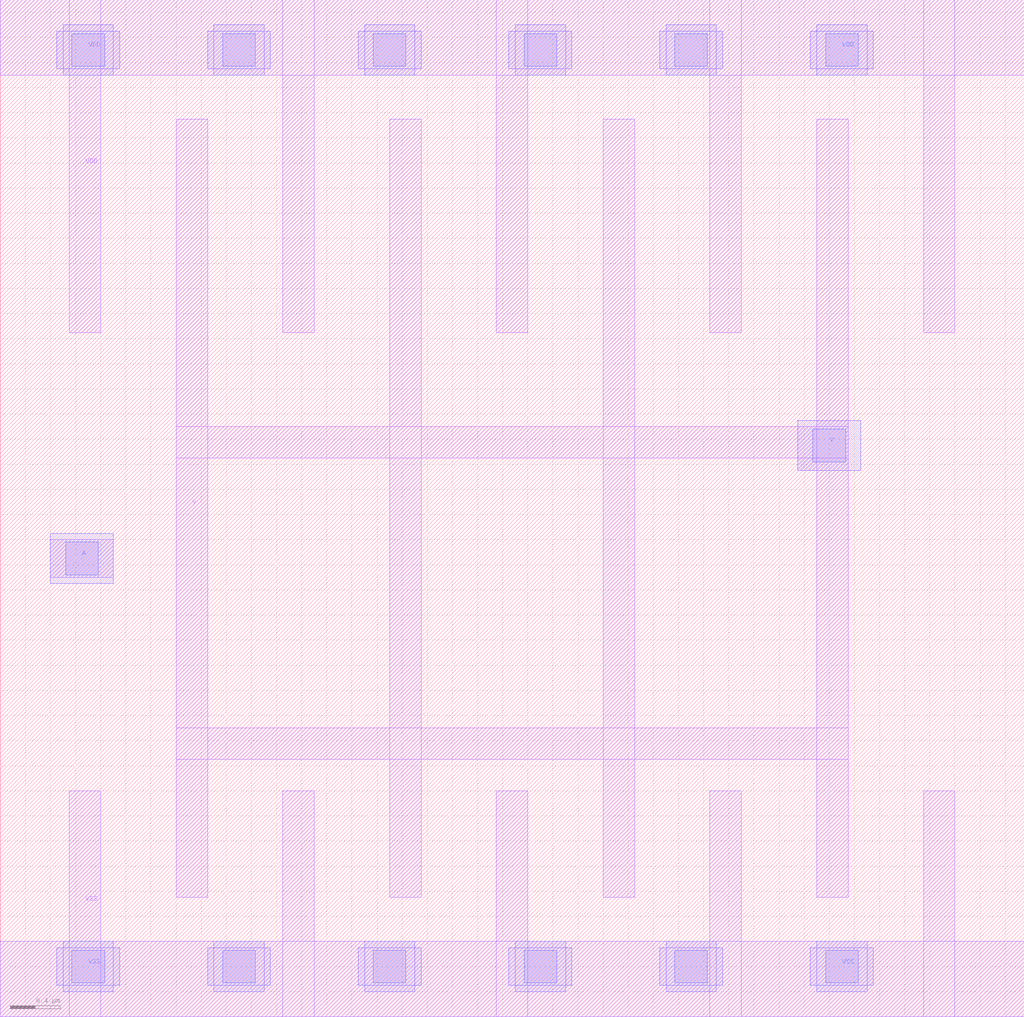
<source format=lef>
# Copyright 2022 Google LLC
# Licensed under the Apache License, Version 2.0 (the "License");
# you may not use this file except in compliance with the License.
# You may obtain a copy of the License at
#
#      http://www.apache.org/licenses/LICENSE-2.0
#
# Unless required by applicable law or agreed to in writing, software
# distributed under the License is distributed on an "AS IS" BASIS,
# WITHOUT WARRANTIES OR CONDITIONS OF ANY KIND, either express or implied.
# See the License for the specific language governing permissions and
# limitations under the License.
VERSION 5.7 ;
BUSBITCHARS "[]" ;
DIVIDERCHAR "/" ;

MACRO gf180mcu_osu_sc_12T_clkinv_8
  CLASS CORE ;
  ORIGIN 0 0 ;
  FOREIGN gf180mcu_osu_sc_12T_clkinv_8 0 0 ;
  SIZE 8.15 BY 8.1 ;
  SYMMETRY X Y ;
  SITE GF018hv5v_mcu_sc7 ;
  PIN A
    DIRECTION INPUT ;
    USE SIGNAL ;
    PORT
      LAYER MET1 ;
        RECT 0.4 3.5 0.9 3.8 ;
      LAYER MET2 ;
        RECT 0.4 3.45 0.9 3.85 ;
      LAYER VIA12 ;
        RECT 0.52 3.52 0.78 3.78 ;
    END
  END A
  PIN VDD
    DIRECTION INOUT ;
    USE POWER ;
    SHAPE ABUTMENT ;
    PORT
      LAYER MET1 ;
        RECT 0 7.5 8.15 8.1 ;
        RECT 7.35 5.45 7.6 8.1 ;
        RECT 5.65 5.45 5.9 8.1 ;
        RECT 3.95 5.45 4.2 8.1 ;
        RECT 2.25 5.45 2.5 8.1 ;
        RECT 0.55 5.45 0.8 8.1 ;
      LAYER MET2 ;
        RECT 6.45 7.55 6.95 7.85 ;
        RECT 6.5 7.5 6.9 7.9 ;
        RECT 5.25 7.55 5.75 7.85 ;
        RECT 5.3 7.5 5.7 7.9 ;
        RECT 4.05 7.55 4.55 7.85 ;
        RECT 4.1 7.5 4.5 7.9 ;
        RECT 2.85 7.55 3.35 7.85 ;
        RECT 2.9 7.5 3.3 7.9 ;
        RECT 1.65 7.55 2.15 7.85 ;
        RECT 1.7 7.5 2.1 7.9 ;
        RECT 0.45 7.55 0.95 7.85 ;
        RECT 0.5 7.5 0.9 7.9 ;
      LAYER VIA12 ;
        RECT 0.57 7.57 0.83 7.83 ;
        RECT 1.77 7.57 2.03 7.83 ;
        RECT 2.97 7.57 3.23 7.83 ;
        RECT 4.17 7.57 4.43 7.83 ;
        RECT 5.37 7.57 5.63 7.83 ;
        RECT 6.57 7.57 6.83 7.83 ;
    END
  END VDD
  PIN VSS
    DIRECTION INOUT ;
    USE GROUND ;
    PORT
      LAYER MET1 ;
        RECT 0 0 8.15 0.6 ;
        RECT 7.35 0 7.6 1.8 ;
        RECT 5.65 0 5.9 1.8 ;
        RECT 3.95 0 4.2 1.8 ;
        RECT 2.25 0 2.5 1.8 ;
        RECT 0.55 0 0.8 1.8 ;
      LAYER MET2 ;
        RECT 6.45 0.25 6.95 0.55 ;
        RECT 6.5 0.2 6.9 0.6 ;
        RECT 5.25 0.25 5.75 0.55 ;
        RECT 5.3 0.2 5.7 0.6 ;
        RECT 4.05 0.25 4.55 0.55 ;
        RECT 4.1 0.2 4.5 0.6 ;
        RECT 2.85 0.25 3.35 0.55 ;
        RECT 2.9 0.2 3.3 0.6 ;
        RECT 1.65 0.25 2.15 0.55 ;
        RECT 1.7 0.2 2.1 0.6 ;
        RECT 0.45 0.25 0.95 0.55 ;
        RECT 0.5 0.2 0.9 0.6 ;
      LAYER VIA12 ;
        RECT 0.57 0.27 0.83 0.53 ;
        RECT 1.77 0.27 2.03 0.53 ;
        RECT 2.97 0.27 3.23 0.53 ;
        RECT 4.17 0.27 4.43 0.53 ;
        RECT 5.37 0.27 5.63 0.53 ;
        RECT 6.57 0.27 6.83 0.53 ;
    END
  END VSS
  PIN Y
    DIRECTION OUTPUT ;
    USE SIGNAL ;
    PORT
      LAYER MET1 ;
        RECT 6.5 0.95 6.75 7.15 ;
        RECT 1.4 4.45 6.75 4.7 ;
        RECT 6.35 4.35 6.75 4.7 ;
        RECT 1.4 2.05 6.75 2.3 ;
        RECT 4.8 0.95 5.05 7.15 ;
        RECT 3.1 0.95 3.35 7.15 ;
        RECT 1.4 0.95 1.65 7.15 ;
      LAYER MET2 ;
        RECT 6.35 4.35 6.85 4.75 ;
      LAYER VIA12 ;
        RECT 6.47 4.42 6.73 4.68 ;
    END
  END Y
END gf180mcu_osu_sc_12T_clkinv_8

</source>
